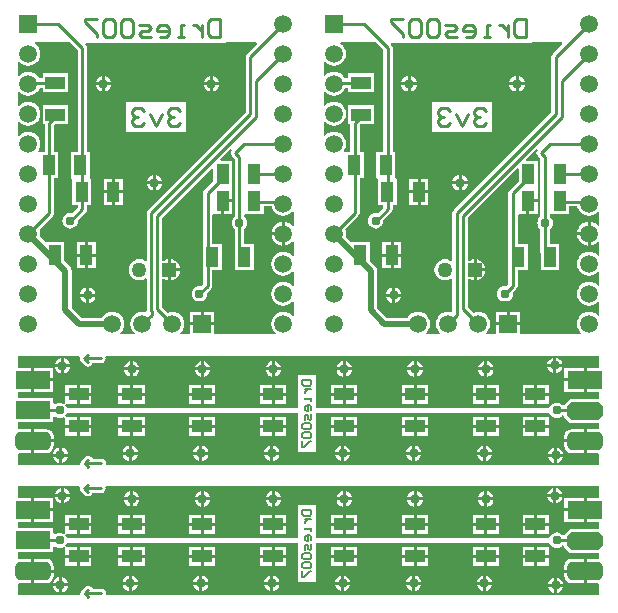
<source format=gbl>
G04 Layer_Physical_Order=2*
G04 Layer_Color=16711680*
%FSLAX23Y23*%
%MOIN*%
G70*
G01*
G75*
%ADD16C,0.010*%
%ADD17C,0.020*%
%ADD21C,0.050*%
%ADD22R,0.050X0.050*%
%ADD23C,0.059*%
%ADD24R,0.059X0.059*%
%ADD25R,0.059X0.059*%
%ADD26C,0.031*%
%ADD27R,0.043X0.067*%
%ADD28R,0.067X0.043*%
%ADD29R,0.118X0.060*%
G04:AMPARAMS|DCode=30|XSize=118mil|YSize=60mil|CornerRadius=0mil|HoleSize=0mil|Usage=FLASHONLY|Rotation=0.000|XOffset=0mil|YOffset=0mil|HoleType=Round|Shape=Octagon|*
%AMOCTAGOND30*
4,1,8,0.059,-0.015,0.059,0.015,0.044,0.030,-0.044,0.030,-0.059,0.015,-0.059,-0.015,-0.044,-0.030,0.044,-0.030,0.059,-0.015,0.0*
%
%ADD30OCTAGOND30*%

G04:AMPARAMS|DCode=31|XSize=118mil|YSize=60mil|CornerRadius=15mil|HoleSize=0mil|Usage=FLASHONLY|Rotation=0.000|XOffset=0mil|YOffset=0mil|HoleType=Round|Shape=RoundedRectangle|*
%AMROUNDEDRECTD31*
21,1,0.118,0.030,0,0,0.0*
21,1,0.088,0.060,0,0,0.0*
1,1,0.030,0.044,-0.015*
1,1,0.030,-0.044,-0.015*
1,1,0.030,-0.044,0.015*
1,1,0.030,0.044,0.015*
%
%ADD31ROUNDEDRECTD31*%
%ADD32C,0.005*%
G36*
X1747Y1498D02*
X1744Y1494D01*
X1743Y1489D01*
X1744Y1483D01*
X1748Y1478D01*
X1756Y1469D01*
Y1275D01*
X1753Y1273D01*
X1749Y1267D01*
X1747Y1261D01*
X1746Y1254D01*
X1747Y1248D01*
X1749Y1241D01*
X1753Y1236D01*
X1756Y1234D01*
Y1157D01*
X1757Y1156D01*
Y1097D01*
X1820D01*
Y1184D01*
X1787D01*
Y1234D01*
X1790Y1236D01*
X1794Y1241D01*
X1797Y1248D01*
X1798Y1254D01*
X1797Y1261D01*
X1794Y1267D01*
X1790Y1273D01*
X1787Y1275D01*
Y1281D01*
X1790Y1285D01*
X1853D01*
Y1310D01*
X1880D01*
X1880Y1308D01*
X1884Y1299D01*
X1890Y1290D01*
X1899Y1284D01*
X1908Y1280D01*
X1919Y1279D01*
X1929Y1280D01*
X1938Y1284D01*
X1947Y1290D01*
X1948Y1292D01*
X1953Y1291D01*
Y1246D01*
X1948Y1245D01*
X1947Y1247D01*
X1938Y1253D01*
X1929Y1257D01*
X1924Y1258D01*
Y1219D01*
Y1179D01*
X1929Y1180D01*
X1938Y1184D01*
X1947Y1190D01*
X1948Y1192D01*
X1953Y1191D01*
Y1146D01*
X1948Y1145D01*
X1947Y1147D01*
X1938Y1153D01*
X1929Y1157D01*
X1919Y1158D01*
X1908Y1157D01*
X1899Y1153D01*
X1890Y1147D01*
X1884Y1138D01*
X1880Y1129D01*
X1879Y1119D01*
X1880Y1108D01*
X1884Y1099D01*
X1890Y1090D01*
X1899Y1084D01*
X1908Y1080D01*
X1919Y1079D01*
X1929Y1080D01*
X1938Y1084D01*
X1947Y1090D01*
X1948Y1092D01*
X1953Y1091D01*
Y1046D01*
X1948Y1045D01*
X1947Y1047D01*
X1938Y1053D01*
X1929Y1057D01*
X1919Y1058D01*
X1908Y1057D01*
X1899Y1053D01*
X1890Y1047D01*
X1884Y1038D01*
X1880Y1029D01*
X1879Y1019D01*
X1880Y1008D01*
X1884Y999D01*
X1890Y990D01*
X1899Y984D01*
X1908Y980D01*
X1919Y979D01*
X1929Y980D01*
X1938Y984D01*
X1947Y990D01*
X1948Y992D01*
X1953Y991D01*
Y946D01*
X1948Y945D01*
X1947Y947D01*
X1938Y953D01*
X1929Y957D01*
X1919Y958D01*
X1908Y957D01*
X1899Y953D01*
X1890Y947D01*
X1884Y938D01*
X1880Y929D01*
X1879Y919D01*
X1880Y908D01*
X1884Y899D01*
X1890Y890D01*
X1892Y889D01*
X1891Y884D01*
X1688D01*
Y914D01*
X1649D01*
X1609D01*
Y884D01*
X1576D01*
X1575Y889D01*
X1577Y890D01*
X1583Y899D01*
X1587Y908D01*
X1588Y919D01*
X1587Y929D01*
X1583Y938D01*
X1577Y947D01*
X1568Y953D01*
X1559Y957D01*
X1549Y958D01*
X1538Y957D01*
X1534Y955D01*
X1514Y975D01*
Y1068D01*
X1518Y1070D01*
X1521Y1068D01*
X1529Y1064D01*
X1534Y1064D01*
Y1099D01*
Y1133D01*
X1529Y1133D01*
X1521Y1129D01*
X1518Y1127D01*
X1514Y1129D01*
Y1272D01*
X1679Y1437D01*
X1684Y1436D01*
Y1395D01*
X1655Y1366D01*
X1651Y1361D01*
X1650Y1355D01*
Y1139D01*
Y1052D01*
X1642Y1044D01*
X1639Y1044D01*
X1632Y1044D01*
X1626Y1041D01*
X1620Y1037D01*
X1616Y1031D01*
X1613Y1025D01*
X1613Y1019D01*
X1613Y1012D01*
X1616Y1006D01*
X1620Y1000D01*
X1626Y996D01*
X1632Y993D01*
X1639Y993D01*
X1645Y993D01*
X1651Y996D01*
X1657Y1000D01*
X1661Y1006D01*
X1664Y1012D01*
X1664Y1019D01*
X1664Y1022D01*
X1676Y1035D01*
X1679Y1040D01*
X1681Y1045D01*
Y1097D01*
X1714D01*
Y1184D01*
X1681D01*
Y1281D01*
X1684Y1285D01*
X1710D01*
Y1329D01*
X1715D01*
Y1334D01*
X1747D01*
Y1372D01*
X1747Y1372D01*
Y1375D01*
X1747D01*
X1747Y1377D01*
Y1462D01*
X1710D01*
X1708Y1467D01*
X1743Y1502D01*
X1747Y1498D01*
D02*
G37*
G36*
X1830Y1852D02*
X1798Y1819D01*
X1794Y1814D01*
X1793Y1809D01*
Y1625D01*
X1468Y1299D01*
X1464Y1294D01*
X1463Y1289D01*
Y1129D01*
X1459Y1127D01*
X1456Y1129D01*
X1448Y1133D01*
X1439Y1134D01*
X1429Y1133D01*
X1421Y1129D01*
X1414Y1123D01*
X1408Y1116D01*
X1404Y1108D01*
X1403Y1099D01*
X1404Y1089D01*
X1408Y1081D01*
X1414Y1074D01*
X1421Y1068D01*
X1429Y1064D01*
X1439Y1063D01*
X1448Y1064D01*
X1456Y1068D01*
X1459Y1070D01*
X1463Y1068D01*
Y960D01*
X1459Y957D01*
X1449Y958D01*
X1438Y957D01*
X1429Y953D01*
X1420Y947D01*
X1414Y938D01*
X1410Y929D01*
X1409Y919D01*
X1410Y908D01*
X1414Y899D01*
X1420Y890D01*
X1422Y889D01*
X1421Y884D01*
X1376D01*
X1375Y889D01*
X1377Y890D01*
X1383Y899D01*
X1387Y908D01*
X1388Y919D01*
X1387Y929D01*
X1383Y938D01*
X1377Y947D01*
X1368Y953D01*
X1359Y957D01*
X1349Y958D01*
X1338Y957D01*
X1329Y953D01*
X1320Y947D01*
X1314Y939D01*
X1245D01*
X1212Y971D01*
Y1095D01*
X1211Y1103D01*
X1206Y1110D01*
X1187Y1129D01*
Y1190D01*
X1126D01*
X1107Y1209D01*
X1108Y1219D01*
X1107Y1229D01*
X1105Y1233D01*
X1149Y1278D01*
X1153Y1283D01*
X1154Y1289D01*
Y1405D01*
X1167D01*
Y1492D01*
X1154D01*
Y1582D01*
X1155Y1584D01*
X1202D01*
Y1647D01*
X1115D01*
Y1584D01*
X1123D01*
Y1492D01*
X1104D01*
X1101Y1496D01*
X1103Y1499D01*
X1107Y1508D01*
X1108Y1519D01*
X1107Y1529D01*
X1103Y1538D01*
X1097Y1547D01*
X1088Y1553D01*
X1079Y1557D01*
X1069Y1558D01*
X1058Y1557D01*
X1049Y1553D01*
X1040Y1547D01*
X1039Y1545D01*
X1034Y1546D01*
Y1591D01*
X1039Y1592D01*
X1040Y1590D01*
X1049Y1584D01*
X1058Y1580D01*
X1069Y1579D01*
X1079Y1580D01*
X1088Y1584D01*
X1097Y1590D01*
X1103Y1599D01*
X1107Y1608D01*
X1108Y1619D01*
X1107Y1629D01*
X1103Y1638D01*
X1097Y1647D01*
X1088Y1653D01*
X1079Y1657D01*
X1069Y1658D01*
X1058Y1657D01*
X1049Y1653D01*
X1040Y1647D01*
X1039Y1645D01*
X1034Y1646D01*
Y1691D01*
X1039Y1692D01*
X1040Y1690D01*
X1049Y1684D01*
X1058Y1680D01*
X1069Y1679D01*
X1079Y1680D01*
X1088Y1684D01*
X1097Y1690D01*
X1103Y1699D01*
X1106Y1706D01*
X1115D01*
Y1690D01*
X1202D01*
Y1753D01*
X1115D01*
Y1737D01*
X1104D01*
X1103Y1738D01*
X1097Y1747D01*
X1088Y1753D01*
X1079Y1757D01*
X1069Y1758D01*
X1058Y1757D01*
X1049Y1753D01*
X1040Y1747D01*
X1039Y1745D01*
X1034Y1746D01*
Y1791D01*
X1039Y1792D01*
X1040Y1790D01*
X1049Y1784D01*
X1058Y1780D01*
X1069Y1779D01*
X1079Y1780D01*
X1088Y1784D01*
X1097Y1790D01*
X1103Y1799D01*
X1107Y1808D01*
X1108Y1819D01*
X1107Y1829D01*
X1103Y1838D01*
X1097Y1847D01*
X1090Y1852D01*
X1092Y1857D01*
X1209D01*
X1233Y1832D01*
Y1492D01*
X1210D01*
Y1405D01*
X1210D01*
X1214Y1402D01*
Y1315D01*
X1233D01*
Y1306D01*
X1214Y1287D01*
X1214Y1287D01*
X1207Y1288D01*
X1201Y1287D01*
X1194Y1285D01*
X1189Y1281D01*
X1185Y1275D01*
X1182Y1269D01*
X1182Y1262D01*
X1182Y1255D01*
X1185Y1249D01*
X1189Y1244D01*
X1194Y1240D01*
X1201Y1237D01*
X1207Y1236D01*
X1214Y1237D01*
X1220Y1240D01*
X1226Y1244D01*
X1230Y1249D01*
X1233Y1255D01*
X1233Y1262D01*
X1233Y1263D01*
X1259Y1289D01*
X1263Y1294D01*
X1264Y1300D01*
Y1315D01*
X1277D01*
Y1402D01*
X1277D01*
X1273Y1405D01*
Y1492D01*
X1264D01*
Y1839D01*
X1263Y1844D01*
X1259Y1849D01*
X1257Y1851D01*
X1259Y1856D01*
X1728D01*
Y1857D01*
X1829D01*
X1830Y1852D01*
D02*
G37*
%LPC*%
G36*
X1544Y1133D02*
Y1104D01*
X1573D01*
X1573Y1108D01*
X1569Y1116D01*
X1563Y1123D01*
X1556Y1129D01*
X1548Y1133D01*
X1544Y1133D01*
D02*
G37*
G36*
X1914Y1258D02*
X1908Y1257D01*
X1899Y1253D01*
X1890Y1247D01*
X1884Y1238D01*
X1880Y1229D01*
X1879Y1224D01*
X1914D01*
Y1258D01*
D02*
G37*
G36*
X1747Y1324D02*
X1720D01*
Y1285D01*
X1747D01*
Y1324D01*
D02*
G37*
G36*
X1914Y1214D02*
X1879D01*
X1880Y1208D01*
X1884Y1199D01*
X1890Y1190D01*
X1899Y1184D01*
X1908Y1180D01*
X1914Y1179D01*
Y1214D01*
D02*
G37*
G36*
X1644Y958D02*
X1609D01*
Y924D01*
X1644D01*
Y958D01*
D02*
G37*
G36*
X1688D02*
X1654D01*
Y924D01*
X1688D01*
Y958D01*
D02*
G37*
G36*
X1573Y1094D02*
X1544D01*
Y1064D01*
X1548Y1064D01*
X1556Y1068D01*
X1563Y1074D01*
X1569Y1081D01*
X1573Y1089D01*
X1573Y1094D01*
D02*
G37*
G36*
X1257Y1190D02*
X1230D01*
Y1152D01*
X1257D01*
Y1190D01*
D02*
G37*
G36*
X1293Y1142D02*
X1267D01*
Y1103D01*
X1293D01*
Y1142D01*
D02*
G37*
G36*
Y1190D02*
X1267D01*
Y1152D01*
X1293D01*
Y1190D01*
D02*
G37*
G36*
X1262Y1009D02*
X1241D01*
X1241Y1007D01*
X1244Y1001D01*
X1248Y996D01*
X1254Y992D01*
X1260Y989D01*
X1262Y989D01*
Y1009D01*
D02*
G37*
G36*
X1292D02*
X1272D01*
Y989D01*
X1273Y989D01*
X1280Y992D01*
X1285Y996D01*
X1289Y1001D01*
X1292Y1007D01*
X1292Y1009D01*
D02*
G37*
G36*
X1257Y1142D02*
X1230D01*
Y1103D01*
X1257D01*
Y1142D01*
D02*
G37*
G36*
X1262Y1039D02*
X1260Y1039D01*
X1254Y1037D01*
X1248Y1033D01*
X1244Y1027D01*
X1241Y1021D01*
X1241Y1019D01*
X1262D01*
Y1039D01*
D02*
G37*
G36*
X1272D02*
Y1019D01*
X1292D01*
X1292Y1021D01*
X1289Y1027D01*
X1285Y1033D01*
X1280Y1037D01*
X1273Y1039D01*
X1272Y1039D01*
D02*
G37*
G36*
X1674Y1714D02*
X1653D01*
X1653Y1712D01*
X1656Y1706D01*
X1660Y1700D01*
X1666Y1696D01*
X1672Y1693D01*
X1674Y1693D01*
Y1714D01*
D02*
G37*
G36*
X1704D02*
X1684D01*
Y1693D01*
X1685Y1693D01*
X1691Y1696D01*
X1697Y1700D01*
X1701Y1706D01*
X1704Y1712D01*
X1704Y1714D01*
D02*
G37*
G36*
X1314D02*
X1293D01*
X1293Y1712D01*
X1296Y1706D01*
X1300Y1700D01*
X1306Y1696D01*
X1312Y1693D01*
X1314Y1693D01*
Y1714D01*
D02*
G37*
G36*
X1344D02*
X1324D01*
Y1693D01*
X1325Y1693D01*
X1331Y1696D01*
X1337Y1700D01*
X1341Y1706D01*
X1344Y1712D01*
X1344Y1714D01*
D02*
G37*
G36*
X1674Y1744D02*
X1672Y1744D01*
X1666Y1741D01*
X1660Y1737D01*
X1656Y1731D01*
X1653Y1725D01*
X1653Y1724D01*
X1674D01*
Y1744D01*
D02*
G37*
G36*
X1684D02*
Y1724D01*
X1704D01*
X1704Y1725D01*
X1701Y1731D01*
X1697Y1737D01*
X1691Y1741D01*
X1685Y1744D01*
X1684Y1744D01*
D02*
G37*
G36*
X1314D02*
X1312Y1744D01*
X1306Y1741D01*
X1300Y1737D01*
X1296Y1731D01*
X1293Y1725D01*
X1293Y1724D01*
X1314D01*
Y1744D01*
D02*
G37*
G36*
X1324D02*
Y1724D01*
X1344D01*
X1344Y1725D01*
X1341Y1731D01*
X1337Y1737D01*
X1331Y1741D01*
X1325Y1744D01*
X1324Y1744D01*
D02*
G37*
G36*
X1594Y1659D02*
X1394D01*
Y1559D01*
X1594D01*
Y1659D01*
D02*
G37*
G36*
X1484Y1384D02*
X1463D01*
X1463Y1382D01*
X1466Y1376D01*
X1470Y1370D01*
X1476Y1366D01*
X1482Y1363D01*
X1484Y1363D01*
Y1384D01*
D02*
G37*
G36*
X1514D02*
X1494D01*
Y1363D01*
X1495Y1363D01*
X1501Y1366D01*
X1507Y1370D01*
X1511Y1376D01*
X1514Y1382D01*
X1514Y1384D01*
D02*
G37*
G36*
X1347Y1354D02*
X1320D01*
Y1315D01*
X1347D01*
Y1354D01*
D02*
G37*
G36*
X1383D02*
X1357D01*
Y1315D01*
X1383D01*
Y1354D01*
D02*
G37*
G36*
X1484Y1414D02*
X1482Y1414D01*
X1476Y1411D01*
X1470Y1407D01*
X1466Y1401D01*
X1463Y1395D01*
X1463Y1394D01*
X1484D01*
Y1414D01*
D02*
G37*
G36*
X1494D02*
Y1394D01*
X1514D01*
X1514Y1395D01*
X1511Y1401D01*
X1507Y1407D01*
X1501Y1411D01*
X1495Y1414D01*
X1494Y1414D01*
D02*
G37*
G36*
X1347Y1402D02*
X1320D01*
Y1364D01*
X1347D01*
Y1402D01*
D02*
G37*
G36*
X1383D02*
X1357D01*
Y1364D01*
X1383D01*
Y1402D01*
D02*
G37*
%LPD*%
G36*
X729Y1498D02*
X726Y1494D01*
X725Y1489D01*
X726Y1483D01*
X729Y1478D01*
X738Y1469D01*
Y1275D01*
X735Y1273D01*
X731Y1267D01*
X728Y1261D01*
X727Y1254D01*
X728Y1248D01*
X731Y1241D01*
X735Y1236D01*
X738Y1234D01*
Y1157D01*
X738Y1156D01*
Y1097D01*
X801D01*
Y1184D01*
X768D01*
Y1234D01*
X772Y1236D01*
X776Y1241D01*
X778Y1248D01*
X779Y1254D01*
X778Y1261D01*
X776Y1267D01*
X772Y1273D01*
X768Y1275D01*
Y1281D01*
X771Y1285D01*
X835D01*
Y1310D01*
X861D01*
X861Y1308D01*
X865Y1299D01*
X872Y1290D01*
X880Y1284D01*
X890Y1280D01*
X900Y1279D01*
X910Y1280D01*
X920Y1284D01*
X928Y1290D01*
X930Y1292D01*
X935Y1291D01*
Y1246D01*
X930Y1245D01*
X928Y1247D01*
X920Y1253D01*
X910Y1257D01*
X905Y1258D01*
Y1219D01*
Y1179D01*
X910Y1180D01*
X920Y1184D01*
X928Y1190D01*
X930Y1192D01*
X935Y1191D01*
Y1146D01*
X930Y1145D01*
X928Y1147D01*
X920Y1153D01*
X910Y1157D01*
X900Y1158D01*
X890Y1157D01*
X880Y1153D01*
X872Y1147D01*
X865Y1138D01*
X861Y1129D01*
X860Y1119D01*
X861Y1108D01*
X865Y1099D01*
X872Y1090D01*
X880Y1084D01*
X890Y1080D01*
X900Y1079D01*
X910Y1080D01*
X920Y1084D01*
X928Y1090D01*
X930Y1092D01*
X935Y1091D01*
Y1046D01*
X930Y1045D01*
X928Y1047D01*
X920Y1053D01*
X910Y1057D01*
X900Y1058D01*
X890Y1057D01*
X880Y1053D01*
X872Y1047D01*
X865Y1038D01*
X861Y1029D01*
X860Y1019D01*
X861Y1008D01*
X865Y999D01*
X872Y990D01*
X880Y984D01*
X890Y980D01*
X900Y979D01*
X910Y980D01*
X920Y984D01*
X928Y990D01*
X930Y992D01*
X935Y991D01*
Y946D01*
X930Y945D01*
X928Y947D01*
X920Y953D01*
X910Y957D01*
X900Y958D01*
X890Y957D01*
X880Y953D01*
X872Y947D01*
X865Y938D01*
X861Y929D01*
X860Y919D01*
X861Y908D01*
X865Y899D01*
X872Y890D01*
X874Y889D01*
X872Y884D01*
X670D01*
Y914D01*
X630D01*
X590D01*
Y884D01*
X558D01*
X556Y889D01*
X558Y890D01*
X565Y899D01*
X569Y908D01*
X570Y919D01*
X569Y929D01*
X565Y938D01*
X558Y947D01*
X550Y953D01*
X540Y957D01*
X530Y958D01*
X520Y957D01*
X515Y955D01*
X495Y975D01*
Y1068D01*
X500Y1070D01*
X502Y1068D01*
X511Y1064D01*
X515Y1064D01*
Y1099D01*
Y1133D01*
X511Y1133D01*
X502Y1129D01*
X500Y1127D01*
X495Y1129D01*
Y1272D01*
X661Y1437D01*
X665Y1436D01*
Y1395D01*
X636Y1366D01*
X633Y1361D01*
X632Y1355D01*
Y1139D01*
Y1052D01*
X624Y1044D01*
X620Y1044D01*
X613Y1044D01*
X607Y1041D01*
X602Y1037D01*
X598Y1031D01*
X595Y1025D01*
X594Y1019D01*
X595Y1012D01*
X598Y1006D01*
X602Y1000D01*
X607Y996D01*
X613Y993D01*
X620Y993D01*
X627Y993D01*
X633Y996D01*
X638Y1000D01*
X642Y1006D01*
X645Y1012D01*
X646Y1019D01*
X645Y1022D01*
X658Y1035D01*
X661Y1040D01*
X662Y1045D01*
Y1097D01*
X695D01*
Y1184D01*
X662D01*
Y1281D01*
X665Y1285D01*
X692D01*
Y1329D01*
X697D01*
Y1334D01*
X729D01*
Y1372D01*
X729Y1372D01*
Y1375D01*
X729D01*
X729Y1377D01*
Y1462D01*
X692D01*
X690Y1467D01*
X725Y1502D01*
X729Y1498D01*
D02*
G37*
G36*
X812Y1852D02*
X779Y1819D01*
X776Y1814D01*
X775Y1809D01*
Y1625D01*
X449Y1299D01*
X446Y1294D01*
X445Y1289D01*
Y1129D01*
X440Y1127D01*
X438Y1129D01*
X429Y1133D01*
X420Y1134D01*
X411Y1133D01*
X402Y1129D01*
X395Y1123D01*
X389Y1116D01*
X386Y1108D01*
X385Y1099D01*
X386Y1089D01*
X389Y1081D01*
X395Y1074D01*
X402Y1068D01*
X411Y1064D01*
X420Y1063D01*
X429Y1064D01*
X438Y1068D01*
X440Y1070D01*
X445Y1068D01*
Y960D01*
X440Y957D01*
X430Y958D01*
X420Y957D01*
X410Y953D01*
X402Y947D01*
X395Y938D01*
X391Y929D01*
X390Y919D01*
X391Y908D01*
X395Y899D01*
X402Y890D01*
X404Y889D01*
X402Y884D01*
X358D01*
X356Y889D01*
X358Y890D01*
X365Y899D01*
X369Y908D01*
X370Y919D01*
X369Y929D01*
X365Y938D01*
X358Y947D01*
X350Y953D01*
X340Y957D01*
X330Y958D01*
X320Y957D01*
X310Y953D01*
X302Y947D01*
X296Y939D01*
X226D01*
X194Y971D01*
Y1095D01*
X192Y1103D01*
X188Y1110D01*
X169Y1129D01*
Y1190D01*
X107D01*
X89Y1209D01*
X90Y1219D01*
X89Y1229D01*
X87Y1233D01*
X131Y1278D01*
X134Y1283D01*
X135Y1289D01*
Y1405D01*
X149D01*
Y1492D01*
X135D01*
Y1582D01*
X137Y1584D01*
X183D01*
Y1647D01*
X97D01*
Y1584D01*
X105D01*
Y1492D01*
X86D01*
X82Y1496D01*
X85Y1499D01*
X89Y1508D01*
X90Y1519D01*
X89Y1529D01*
X85Y1538D01*
X78Y1547D01*
X70Y1553D01*
X60Y1557D01*
X50Y1558D01*
X40Y1557D01*
X30Y1553D01*
X22Y1547D01*
X20Y1545D01*
X15Y1546D01*
Y1591D01*
X20Y1592D01*
X22Y1590D01*
X30Y1584D01*
X40Y1580D01*
X50Y1579D01*
X60Y1580D01*
X70Y1584D01*
X78Y1590D01*
X85Y1599D01*
X89Y1608D01*
X90Y1619D01*
X89Y1629D01*
X85Y1638D01*
X78Y1647D01*
X70Y1653D01*
X60Y1657D01*
X50Y1658D01*
X40Y1657D01*
X30Y1653D01*
X22Y1647D01*
X20Y1645D01*
X15Y1646D01*
Y1691D01*
X20Y1692D01*
X22Y1690D01*
X30Y1684D01*
X40Y1680D01*
X50Y1679D01*
X60Y1680D01*
X70Y1684D01*
X78Y1690D01*
X85Y1699D01*
X88Y1706D01*
X97D01*
Y1690D01*
X183D01*
Y1753D01*
X97D01*
Y1737D01*
X85D01*
X85Y1738D01*
X78Y1747D01*
X70Y1753D01*
X60Y1757D01*
X50Y1758D01*
X40Y1757D01*
X30Y1753D01*
X22Y1747D01*
X20Y1745D01*
X15Y1746D01*
Y1791D01*
X20Y1792D01*
X22Y1790D01*
X30Y1784D01*
X40Y1780D01*
X50Y1779D01*
X60Y1780D01*
X70Y1784D01*
X78Y1790D01*
X85Y1799D01*
X89Y1808D01*
X90Y1819D01*
X89Y1829D01*
X85Y1838D01*
X78Y1847D01*
X72Y1852D01*
X73Y1857D01*
X190D01*
X215Y1832D01*
Y1492D01*
X191D01*
Y1405D01*
X191D01*
X195Y1402D01*
Y1315D01*
X215D01*
Y1306D01*
X196Y1287D01*
X196Y1287D01*
X189Y1288D01*
X182Y1287D01*
X176Y1285D01*
X171Y1281D01*
X166Y1275D01*
X164Y1269D01*
X163Y1262D01*
X164Y1255D01*
X166Y1249D01*
X171Y1244D01*
X176Y1240D01*
X182Y1237D01*
X189Y1236D01*
X196Y1237D01*
X202Y1240D01*
X207Y1244D01*
X211Y1249D01*
X214Y1255D01*
X215Y1262D01*
X215Y1263D01*
X241Y1289D01*
X244Y1294D01*
X245Y1300D01*
Y1315D01*
X259D01*
Y1402D01*
X259D01*
X255Y1405D01*
Y1492D01*
X245D01*
Y1839D01*
X244Y1844D01*
X241Y1849D01*
X239Y1851D01*
X241Y1856D01*
X710D01*
Y1857D01*
X810D01*
X812Y1852D01*
D02*
G37*
%LPC*%
G36*
X525Y1133D02*
Y1104D01*
X555D01*
X554Y1108D01*
X551Y1116D01*
X545Y1123D01*
X538Y1129D01*
X529Y1133D01*
X525Y1133D01*
D02*
G37*
G36*
X895Y1258D02*
X890Y1257D01*
X880Y1253D01*
X872Y1247D01*
X865Y1238D01*
X861Y1229D01*
X861Y1224D01*
X895D01*
Y1258D01*
D02*
G37*
G36*
X729Y1324D02*
X702D01*
Y1285D01*
X729D01*
Y1324D01*
D02*
G37*
G36*
X895Y1214D02*
X861D01*
X861Y1208D01*
X865Y1199D01*
X872Y1190D01*
X880Y1184D01*
X890Y1180D01*
X895Y1179D01*
Y1214D01*
D02*
G37*
G36*
X625Y958D02*
X590D01*
Y924D01*
X625D01*
Y958D01*
D02*
G37*
G36*
X670D02*
X635D01*
Y924D01*
X670D01*
Y958D01*
D02*
G37*
G36*
X555Y1094D02*
X525D01*
Y1064D01*
X529Y1064D01*
X538Y1068D01*
X545Y1074D01*
X551Y1081D01*
X554Y1089D01*
X555Y1094D01*
D02*
G37*
G36*
X238Y1190D02*
X211D01*
Y1152D01*
X238D01*
Y1190D01*
D02*
G37*
G36*
X275Y1142D02*
X248D01*
Y1103D01*
X275D01*
Y1142D01*
D02*
G37*
G36*
Y1190D02*
X248D01*
Y1152D01*
X275D01*
Y1190D01*
D02*
G37*
G36*
X243Y1009D02*
X223D01*
X223Y1007D01*
X226Y1001D01*
X230Y996D01*
X235Y992D01*
X241Y989D01*
X243Y989D01*
Y1009D01*
D02*
G37*
G36*
X273D02*
X253D01*
Y989D01*
X255Y989D01*
X261Y992D01*
X266Y996D01*
X271Y1001D01*
X273Y1007D01*
X273Y1009D01*
D02*
G37*
G36*
X238Y1142D02*
X211D01*
Y1103D01*
X238D01*
Y1142D01*
D02*
G37*
G36*
X243Y1039D02*
X241Y1039D01*
X235Y1037D01*
X230Y1033D01*
X226Y1027D01*
X223Y1021D01*
X223Y1019D01*
X243D01*
Y1039D01*
D02*
G37*
G36*
X253D02*
Y1019D01*
X273D01*
X273Y1021D01*
X271Y1027D01*
X266Y1033D01*
X261Y1037D01*
X255Y1039D01*
X253Y1039D01*
D02*
G37*
G36*
X655Y1714D02*
X635D01*
X635Y1712D01*
X638Y1706D01*
X642Y1700D01*
X647Y1696D01*
X653Y1693D01*
X655Y1693D01*
Y1714D01*
D02*
G37*
G36*
X685D02*
X665D01*
Y1693D01*
X667Y1693D01*
X673Y1696D01*
X678Y1700D01*
X682Y1706D01*
X685Y1712D01*
X685Y1714D01*
D02*
G37*
G36*
X295D02*
X275D01*
X275Y1712D01*
X278Y1706D01*
X282Y1700D01*
X287Y1696D01*
X293Y1693D01*
X295Y1693D01*
Y1714D01*
D02*
G37*
G36*
X325D02*
X305D01*
Y1693D01*
X307Y1693D01*
X313Y1696D01*
X318Y1700D01*
X322Y1706D01*
X325Y1712D01*
X325Y1714D01*
D02*
G37*
G36*
X655Y1744D02*
X653Y1744D01*
X647Y1741D01*
X642Y1737D01*
X638Y1731D01*
X635Y1725D01*
X635Y1724D01*
X655D01*
Y1744D01*
D02*
G37*
G36*
X665D02*
Y1724D01*
X685D01*
X685Y1725D01*
X682Y1731D01*
X678Y1737D01*
X673Y1741D01*
X667Y1744D01*
X665Y1744D01*
D02*
G37*
G36*
X295D02*
X293Y1744D01*
X287Y1741D01*
X282Y1737D01*
X278Y1731D01*
X275Y1725D01*
X275Y1724D01*
X295D01*
Y1744D01*
D02*
G37*
G36*
X305D02*
Y1724D01*
X325D01*
X325Y1725D01*
X322Y1731D01*
X318Y1737D01*
X313Y1741D01*
X307Y1744D01*
X305Y1744D01*
D02*
G37*
G36*
X575Y1659D02*
X375D01*
Y1559D01*
X575D01*
Y1659D01*
D02*
G37*
G36*
X465Y1384D02*
X445D01*
X445Y1382D01*
X448Y1376D01*
X452Y1370D01*
X457Y1366D01*
X463Y1363D01*
X465Y1363D01*
Y1384D01*
D02*
G37*
G36*
X495D02*
X475D01*
Y1363D01*
X477Y1363D01*
X483Y1366D01*
X488Y1370D01*
X492Y1376D01*
X495Y1382D01*
X495Y1384D01*
D02*
G37*
G36*
X328Y1354D02*
X301D01*
Y1315D01*
X328D01*
Y1354D01*
D02*
G37*
G36*
X365D02*
X338D01*
Y1315D01*
X365D01*
Y1354D01*
D02*
G37*
G36*
X465Y1414D02*
X463Y1414D01*
X457Y1411D01*
X452Y1407D01*
X448Y1401D01*
X445Y1395D01*
X445Y1394D01*
X465D01*
Y1414D01*
D02*
G37*
G36*
X475D02*
Y1394D01*
X495D01*
X495Y1395D01*
X492Y1401D01*
X488Y1407D01*
X483Y1411D01*
X477Y1414D01*
X475Y1414D01*
D02*
G37*
G36*
X328Y1402D02*
X301D01*
Y1364D01*
X328D01*
Y1402D01*
D02*
G37*
G36*
X365D02*
X338D01*
Y1364D01*
X365D01*
Y1402D01*
D02*
G37*
%LPD*%
G36*
X1953Y339D02*
X1911D01*
Y299D01*
Y259D01*
X1953D01*
Y236D01*
X1855D01*
X1835Y216D01*
Y215D01*
X1830Y214D01*
X1829Y215D01*
X1824Y219D01*
X1818Y222D01*
X1811Y223D01*
X1804Y222D01*
X1798Y219D01*
X1793Y215D01*
X1789Y210D01*
X1786Y205D01*
X1007D01*
Y314D01*
X947D01*
Y205D01*
X178D01*
X176Y210D01*
X173Y213D01*
X176Y218D01*
X177Y218D01*
X212D01*
Y245D01*
X173D01*
X173Y222D01*
Y222D01*
Y222D01*
X173Y221D01*
X168Y218D01*
X167Y219D01*
X160Y222D01*
X154Y223D01*
X147Y222D01*
X141Y219D01*
X138Y217D01*
X133Y220D01*
Y237D01*
X15D01*
Y259D01*
X59D01*
Y299D01*
Y339D01*
X15D01*
Y378D01*
X218D01*
X222Y373D01*
X221Y370D01*
X222Y364D01*
X225Y359D01*
X237Y347D01*
X242Y344D01*
X248Y343D01*
X254Y344D01*
X259Y347D01*
X262Y352D01*
X263Y355D01*
X291D01*
X297Y356D01*
X302Y359D01*
X305Y364D01*
X307Y370D01*
X306Y373D01*
X309Y378D01*
X1953D01*
Y339D01*
D02*
G37*
G36*
X1789Y184D02*
X1793Y178D01*
X1798Y174D01*
X1804Y172D01*
X1811Y171D01*
X1818Y172D01*
X1824Y174D01*
X1829Y178D01*
X1830Y180D01*
X1835Y178D01*
Y176D01*
X1855Y156D01*
X1953D01*
Y138D01*
X1950Y135D01*
X1911D01*
Y94D01*
Y54D01*
X1950D01*
X1953Y51D01*
Y15D01*
X311D01*
X308Y19D01*
X308Y20D01*
X307Y26D01*
X304Y30D01*
X299Y34D01*
X293Y35D01*
X264D01*
X264Y37D01*
X260Y42D01*
X256Y46D01*
X250Y47D01*
X244Y46D01*
X239Y42D01*
X227Y30D01*
X224Y26D01*
X223Y20D01*
X223Y19D01*
X219Y15D01*
X15D01*
Y51D01*
X19Y54D01*
X21Y54D01*
X60D01*
Y94D01*
Y135D01*
X21D01*
X19Y135D01*
X15Y138D01*
Y157D01*
X133D01*
Y174D01*
X138Y176D01*
X141Y174D01*
X147Y172D01*
X154Y171D01*
X160Y172D01*
X167Y174D01*
X168Y176D01*
X173Y173D01*
X173Y172D01*
X173Y172D01*
X173Y171D01*
Y149D01*
X212D01*
Y175D01*
X177D01*
X176Y175D01*
X173Y180D01*
X176Y184D01*
X178Y189D01*
X947D01*
Y59D01*
X1007D01*
Y189D01*
X1786D01*
X1789Y184D01*
D02*
G37*
%LPC*%
G36*
X1364Y330D02*
X1344D01*
Y309D01*
X1345Y310D01*
X1352Y312D01*
X1357Y316D01*
X1361Y322D01*
X1364Y328D01*
X1364Y330D01*
D02*
G37*
G36*
X1570D02*
X1549D01*
X1550Y328D01*
X1552Y322D01*
X1556Y316D01*
X1562Y312D01*
X1568Y310D01*
X1570Y309D01*
Y330D01*
D02*
G37*
G36*
X1128D02*
X1107D01*
Y309D01*
X1109Y310D01*
X1115Y312D01*
X1121Y316D01*
X1125Y322D01*
X1127Y328D01*
X1128Y330D01*
D02*
G37*
G36*
X1334D02*
X1313D01*
X1313Y328D01*
X1316Y322D01*
X1320Y316D01*
X1326Y312D01*
X1332Y310D01*
X1334Y309D01*
Y330D01*
D02*
G37*
G36*
X189Y340D02*
X168D01*
Y320D01*
X170Y320D01*
X176Y323D01*
X182Y327D01*
X186Y332D01*
X188Y339D01*
X189Y340D01*
D02*
G37*
G36*
X1800Y341D02*
X1780D01*
X1780Y340D01*
X1783Y333D01*
X1787Y328D01*
X1792Y324D01*
X1798Y321D01*
X1800Y321D01*
Y341D01*
D02*
G37*
G36*
X1600Y330D02*
X1580D01*
Y309D01*
X1582Y310D01*
X1588Y312D01*
X1593Y316D01*
X1597Y322D01*
X1600Y328D01*
X1600Y330D01*
D02*
G37*
G36*
X158Y340D02*
X138D01*
X138Y339D01*
X141Y332D01*
X145Y327D01*
X150Y323D01*
X157Y320D01*
X158Y320D01*
Y340D01*
D02*
G37*
G36*
X419Y330D02*
X399D01*
Y309D01*
X400Y310D01*
X407Y312D01*
X412Y316D01*
X416Y322D01*
X419Y328D01*
X419Y330D01*
D02*
G37*
G36*
X625D02*
X605D01*
X605Y328D01*
X607Y322D01*
X612Y316D01*
X617Y312D01*
X623Y310D01*
X625Y309D01*
Y330D01*
D02*
G37*
G36*
X1901Y339D02*
X1836D01*
Y304D01*
X1901D01*
Y339D01*
D02*
G37*
G36*
X389Y330D02*
X368D01*
X369Y328D01*
X371Y322D01*
X375Y316D01*
X381Y312D01*
X387Y310D01*
X389Y309D01*
Y330D01*
D02*
G37*
G36*
X891D02*
X871D01*
Y309D01*
X873Y310D01*
X879Y312D01*
X885Y316D01*
X889Y322D01*
X891Y328D01*
X891Y330D01*
D02*
G37*
G36*
X1097D02*
X1077D01*
X1077Y328D01*
X1080Y322D01*
X1084Y316D01*
X1089Y312D01*
X1096Y310D01*
X1097Y309D01*
Y330D01*
D02*
G37*
G36*
X655D02*
X635D01*
Y309D01*
X637Y310D01*
X643Y312D01*
X648Y316D01*
X652Y322D01*
X655Y328D01*
X655Y330D01*
D02*
G37*
G36*
X861D02*
X841D01*
X841Y328D01*
X844Y322D01*
X848Y316D01*
X853Y312D01*
X859Y310D01*
X861Y309D01*
Y330D01*
D02*
G37*
G36*
X1830Y341D02*
X1810D01*
Y321D01*
X1812Y321D01*
X1818Y324D01*
X1823Y328D01*
X1828Y333D01*
X1830Y340D01*
X1830Y341D01*
D02*
G37*
G36*
X1570Y360D02*
X1568Y360D01*
X1562Y357D01*
X1556Y353D01*
X1552Y348D01*
X1550Y341D01*
X1549Y340D01*
X1570D01*
Y360D01*
D02*
G37*
G36*
X1580D02*
Y340D01*
X1600D01*
X1600Y341D01*
X1597Y348D01*
X1593Y353D01*
X1588Y357D01*
X1582Y360D01*
X1580Y360D01*
D02*
G37*
G36*
X1334D02*
X1332Y360D01*
X1326Y357D01*
X1320Y353D01*
X1316Y348D01*
X1313Y341D01*
X1313Y340D01*
X1334D01*
Y360D01*
D02*
G37*
G36*
X1344D02*
Y340D01*
X1364D01*
X1364Y341D01*
X1361Y348D01*
X1357Y353D01*
X1352Y357D01*
X1345Y360D01*
X1344Y360D01*
D02*
G37*
G36*
X1800Y372D02*
X1798Y372D01*
X1792Y369D01*
X1787Y365D01*
X1783Y359D01*
X1780Y353D01*
X1780Y351D01*
X1800D01*
Y372D01*
D02*
G37*
G36*
X1810D02*
Y351D01*
X1830D01*
X1830Y353D01*
X1828Y359D01*
X1823Y365D01*
X1818Y369D01*
X1812Y372D01*
X1810Y372D01*
D02*
G37*
G36*
X158Y371D02*
X157Y371D01*
X150Y368D01*
X145Y364D01*
X141Y358D01*
X138Y352D01*
X138Y350D01*
X158D01*
Y371D01*
D02*
G37*
G36*
X168D02*
Y350D01*
X189D01*
X188Y352D01*
X186Y358D01*
X182Y364D01*
X176Y368D01*
X170Y371D01*
X168Y371D01*
D02*
G37*
G36*
X625Y360D02*
X623Y360D01*
X617Y357D01*
X612Y353D01*
X607Y348D01*
X605Y341D01*
X605Y340D01*
X625D01*
Y360D01*
D02*
G37*
G36*
X635D02*
Y340D01*
X655D01*
X655Y341D01*
X652Y348D01*
X648Y353D01*
X643Y357D01*
X637Y360D01*
X635Y360D01*
D02*
G37*
G36*
X389D02*
X387Y360D01*
X381Y357D01*
X375Y353D01*
X371Y348D01*
X369Y341D01*
X368Y340D01*
X389D01*
Y360D01*
D02*
G37*
G36*
X399D02*
Y340D01*
X419D01*
X419Y341D01*
X416Y348D01*
X412Y353D01*
X407Y357D01*
X400Y360D01*
X399Y360D01*
D02*
G37*
G36*
X1097D02*
X1096Y360D01*
X1089Y357D01*
X1084Y353D01*
X1080Y348D01*
X1077Y341D01*
X1077Y340D01*
X1097D01*
Y360D01*
D02*
G37*
G36*
X1107D02*
Y340D01*
X1128D01*
X1127Y341D01*
X1125Y348D01*
X1121Y353D01*
X1115Y357D01*
X1109Y360D01*
X1107Y360D01*
D02*
G37*
G36*
X861D02*
X859Y360D01*
X853Y357D01*
X848Y353D01*
X844Y348D01*
X841Y341D01*
X841Y340D01*
X861D01*
Y360D01*
D02*
G37*
G36*
X871D02*
Y340D01*
X891D01*
X891Y341D01*
X889Y348D01*
X885Y353D01*
X879Y357D01*
X873Y360D01*
X871Y360D01*
D02*
G37*
G36*
X133Y339D02*
X69D01*
Y304D01*
X133D01*
Y339D01*
D02*
G37*
G36*
X437Y245D02*
X399D01*
Y218D01*
X437D01*
Y245D01*
D02*
G37*
G36*
X625D02*
X586D01*
Y218D01*
X625D01*
Y245D01*
D02*
G37*
G36*
X260D02*
X222D01*
Y218D01*
X260D01*
Y245D01*
D02*
G37*
G36*
X389D02*
X350D01*
Y218D01*
X389D01*
Y245D01*
D02*
G37*
G36*
X1784D02*
X1745D01*
Y218D01*
X1784D01*
Y245D01*
D02*
G37*
G36*
X1570Y282D02*
X1531D01*
Y255D01*
X1570D01*
Y282D01*
D02*
G37*
G36*
X673Y245D02*
X635D01*
Y218D01*
X673D01*
Y245D01*
D02*
G37*
G36*
X1735D02*
X1697D01*
Y218D01*
X1735D01*
Y245D01*
D02*
G37*
G36*
X1334Y245D02*
X1295D01*
Y218D01*
X1334D01*
Y245D01*
D02*
G37*
G36*
X1382D02*
X1344D01*
Y218D01*
X1382D01*
Y245D01*
D02*
G37*
G36*
X1570Y245D02*
X1531D01*
Y218D01*
X1570D01*
Y245D01*
D02*
G37*
G36*
X1618D02*
X1580D01*
Y218D01*
X1618D01*
Y245D01*
D02*
G37*
G36*
X861Y245D02*
X823D01*
Y218D01*
X861D01*
Y245D01*
D02*
G37*
G36*
X910D02*
X871D01*
Y218D01*
X910D01*
Y245D01*
D02*
G37*
G36*
X1097Y245D02*
X1059D01*
Y218D01*
X1097D01*
Y245D01*
D02*
G37*
G36*
X1146D02*
X1107D01*
Y218D01*
X1146D01*
Y245D01*
D02*
G37*
G36*
X1618Y282D02*
X1580D01*
Y255D01*
X1618D01*
Y282D01*
D02*
G37*
G36*
X625Y282D02*
X586D01*
Y255D01*
X625D01*
Y282D01*
D02*
G37*
G36*
X673D02*
X635D01*
Y255D01*
X673D01*
Y282D01*
D02*
G37*
G36*
X389D02*
X350D01*
Y255D01*
X389D01*
Y282D01*
D02*
G37*
G36*
X437D02*
X399D01*
Y255D01*
X437D01*
Y282D01*
D02*
G37*
G36*
X133Y294D02*
X69D01*
Y259D01*
X133D01*
Y294D01*
D02*
G37*
G36*
X1901D02*
X1836D01*
Y259D01*
X1901D01*
Y294D01*
D02*
G37*
G36*
X1735Y282D02*
X1697D01*
Y255D01*
X1735D01*
Y282D01*
D02*
G37*
G36*
X1784D02*
X1745D01*
Y255D01*
X1784D01*
Y282D01*
D02*
G37*
G36*
X1097Y282D02*
X1059D01*
Y255D01*
X1097D01*
Y282D01*
D02*
G37*
G36*
X1146D02*
X1107D01*
Y255D01*
X1146D01*
Y282D01*
D02*
G37*
G36*
X1334Y282D02*
X1295D01*
Y255D01*
X1334D01*
Y282D01*
D02*
G37*
G36*
X1382D02*
X1344D01*
Y255D01*
X1382D01*
Y282D01*
D02*
G37*
G36*
X212Y282D02*
X173D01*
Y255D01*
X212D01*
Y282D01*
D02*
G37*
G36*
X260D02*
X222D01*
Y255D01*
X260D01*
Y282D01*
D02*
G37*
G36*
X861Y282D02*
X823D01*
Y255D01*
X861D01*
Y282D01*
D02*
G37*
G36*
X910D02*
X871D01*
Y255D01*
X910D01*
Y282D01*
D02*
G37*
G36*
X212Y139D02*
X173D01*
Y112D01*
X212D01*
Y139D01*
D02*
G37*
G36*
X910Y139D02*
X871D01*
Y112D01*
X910D01*
Y139D01*
D02*
G37*
G36*
X861D02*
X823D01*
Y112D01*
X861D01*
Y139D01*
D02*
G37*
G36*
X260Y139D02*
X222D01*
Y112D01*
X260D01*
Y139D01*
D02*
G37*
G36*
X437D02*
X399D01*
Y112D01*
X437D01*
Y139D01*
D02*
G37*
G36*
X389D02*
X350D01*
Y112D01*
X389D01*
Y139D01*
D02*
G37*
G36*
X625D02*
X586D01*
Y112D01*
X625D01*
Y139D01*
D02*
G37*
G36*
X1146Y139D02*
X1107D01*
Y112D01*
X1146D01*
Y139D01*
D02*
G37*
G36*
X1570Y139D02*
X1531D01*
Y112D01*
X1570D01*
Y139D01*
D02*
G37*
G36*
X1901Y135D02*
X1861D01*
X1852Y133D01*
X1843Y128D01*
X1838Y119D01*
X1836Y109D01*
Y99D01*
X1901D01*
Y135D01*
D02*
G37*
G36*
X109D02*
X70D01*
Y99D01*
X135D01*
Y109D01*
X133Y119D01*
X127Y128D01*
X119Y133D01*
X109Y135D01*
D02*
G37*
G36*
X1618Y139D02*
X1580D01*
Y112D01*
X1618D01*
Y139D01*
D02*
G37*
G36*
X1097Y139D02*
X1059D01*
Y112D01*
X1097D01*
Y139D01*
D02*
G37*
G36*
X1382Y139D02*
X1344D01*
Y112D01*
X1382D01*
Y139D01*
D02*
G37*
G36*
X1334D02*
X1295D01*
Y112D01*
X1334D01*
Y139D01*
D02*
G37*
G36*
X673Y139D02*
X635D01*
Y112D01*
X673D01*
Y139D01*
D02*
G37*
G36*
X222Y175D02*
Y149D01*
X260D01*
Y175D01*
X222D01*
D02*
G37*
G36*
X389D02*
X350D01*
Y149D01*
X389D01*
Y175D01*
D02*
G37*
G36*
X861Y175D02*
X823D01*
Y149D01*
X861D01*
Y175D01*
D02*
G37*
G36*
X910D02*
X871D01*
Y149D01*
X910D01*
Y175D01*
D02*
G37*
G36*
X673Y175D02*
X635D01*
Y149D01*
X673D01*
Y175D01*
D02*
G37*
G36*
X1735D02*
X1697D01*
Y149D01*
X1735D01*
Y175D01*
D02*
G37*
G36*
X437D02*
X399D01*
Y149D01*
X437D01*
Y175D01*
D02*
G37*
G36*
X625D02*
X586D01*
Y149D01*
X625D01*
Y175D01*
D02*
G37*
G36*
X1570Y175D02*
X1531D01*
Y149D01*
X1570D01*
Y175D01*
D02*
G37*
G36*
X1618D02*
X1580D01*
Y149D01*
X1618D01*
Y175D01*
D02*
G37*
G36*
X1735Y139D02*
X1697D01*
Y112D01*
X1735D01*
Y139D01*
D02*
G37*
G36*
X1784D02*
X1745D01*
Y112D01*
X1784D01*
Y139D01*
D02*
G37*
G36*
X1097Y175D02*
X1059D01*
Y149D01*
X1097D01*
Y175D01*
D02*
G37*
G36*
X1146D02*
X1107D01*
Y149D01*
X1146D01*
Y175D01*
D02*
G37*
G36*
X1334Y175D02*
X1295D01*
Y149D01*
X1334D01*
Y175D01*
D02*
G37*
G36*
X1382D02*
X1344D01*
Y149D01*
X1382D01*
Y175D01*
D02*
G37*
G36*
X1575Y79D02*
Y59D01*
X1595D01*
X1595Y61D01*
X1592Y67D01*
X1588Y72D01*
X1583Y77D01*
X1577Y79D01*
X1575Y79D01*
D02*
G37*
G36*
X1092Y49D02*
X1072D01*
X1072Y47D01*
X1075Y41D01*
X1079Y36D01*
X1084Y32D01*
X1091Y29D01*
X1092Y29D01*
Y49D01*
D02*
G37*
G36*
X1123D02*
X1102D01*
Y29D01*
X1104Y29D01*
X1110Y32D01*
X1116Y36D01*
X1120Y41D01*
X1122Y47D01*
X1123Y49D01*
D02*
G37*
G36*
X856D02*
X836D01*
X836Y47D01*
X839Y41D01*
X843Y36D01*
X848Y32D01*
X854Y29D01*
X856Y29D01*
Y49D01*
D02*
G37*
G36*
X886D02*
X866D01*
Y29D01*
X868Y29D01*
X874Y32D01*
X880Y36D01*
X884Y41D01*
X886Y47D01*
X886Y49D01*
D02*
G37*
G36*
X1565D02*
X1544D01*
X1545Y47D01*
X1547Y41D01*
X1551Y36D01*
X1557Y32D01*
X1563Y29D01*
X1565Y29D01*
Y49D01*
D02*
G37*
G36*
X1595D02*
X1575D01*
Y29D01*
X1577Y29D01*
X1583Y32D01*
X1588Y36D01*
X1592Y41D01*
X1595Y47D01*
X1595Y49D01*
D02*
G37*
G36*
X1329D02*
X1308D01*
X1308Y47D01*
X1311Y41D01*
X1315Y36D01*
X1321Y32D01*
X1327Y29D01*
X1329Y29D01*
Y49D01*
D02*
G37*
G36*
X1359D02*
X1339D01*
Y29D01*
X1340Y29D01*
X1347Y32D01*
X1352Y36D01*
X1356Y41D01*
X1359Y47D01*
X1359Y49D01*
D02*
G37*
G36*
X151Y43D02*
X131D01*
X131Y42D01*
X134Y35D01*
X138Y30D01*
X143Y26D01*
X150Y23D01*
X151Y23D01*
Y43D01*
D02*
G37*
G36*
X182D02*
X161D01*
Y23D01*
X163Y23D01*
X169Y26D01*
X175Y30D01*
X179Y35D01*
X182Y42D01*
X182Y43D01*
D02*
G37*
G36*
X1802Y42D02*
X1782D01*
X1782Y41D01*
X1785Y34D01*
X1789Y29D01*
X1794Y25D01*
X1800Y22D01*
X1802Y22D01*
Y42D01*
D02*
G37*
G36*
X1832D02*
X1812D01*
Y22D01*
X1814Y22D01*
X1820Y25D01*
X1825Y29D01*
X1830Y34D01*
X1832Y41D01*
X1832Y42D01*
D02*
G37*
G36*
X620Y49D02*
X600D01*
X600Y47D01*
X602Y41D01*
X607Y36D01*
X612Y32D01*
X618Y29D01*
X620Y29D01*
Y49D01*
D02*
G37*
G36*
X650D02*
X630D01*
Y29D01*
X632Y29D01*
X638Y32D01*
X643Y36D01*
X647Y41D01*
X650Y47D01*
X650Y49D01*
D02*
G37*
G36*
X384D02*
X363D01*
X364Y47D01*
X366Y41D01*
X370Y36D01*
X376Y32D01*
X382Y29D01*
X384Y29D01*
Y49D01*
D02*
G37*
G36*
X414D02*
X394D01*
Y29D01*
X395Y29D01*
X402Y32D01*
X407Y36D01*
X411Y41D01*
X414Y47D01*
X414Y49D01*
D02*
G37*
G36*
X1802Y73D02*
X1800Y72D01*
X1794Y70D01*
X1789Y66D01*
X1785Y60D01*
X1782Y54D01*
X1782Y52D01*
X1802D01*
Y73D01*
D02*
G37*
G36*
X866Y79D02*
Y59D01*
X886D01*
X886Y61D01*
X884Y67D01*
X880Y72D01*
X874Y77D01*
X868Y79D01*
X866Y79D01*
D02*
G37*
G36*
X1092D02*
X1091Y79D01*
X1084Y77D01*
X1079Y72D01*
X1075Y67D01*
X1072Y61D01*
X1072Y59D01*
X1092D01*
Y79D01*
D02*
G37*
G36*
X630D02*
Y59D01*
X650D01*
X650Y61D01*
X647Y67D01*
X643Y72D01*
X638Y77D01*
X632Y79D01*
X630Y79D01*
D02*
G37*
G36*
X856D02*
X854Y79D01*
X848Y77D01*
X843Y72D01*
X839Y67D01*
X836Y61D01*
X836Y59D01*
X856D01*
Y79D01*
D02*
G37*
G36*
X1339D02*
Y59D01*
X1359D01*
X1359Y61D01*
X1356Y67D01*
X1352Y72D01*
X1347Y77D01*
X1340Y79D01*
X1339Y79D01*
D02*
G37*
G36*
X1565D02*
X1563Y79D01*
X1557Y77D01*
X1551Y72D01*
X1547Y67D01*
X1545Y61D01*
X1544Y59D01*
X1565D01*
Y79D01*
D02*
G37*
G36*
X1102D02*
Y59D01*
X1123D01*
X1122Y61D01*
X1120Y67D01*
X1116Y72D01*
X1110Y77D01*
X1104Y79D01*
X1102Y79D01*
D02*
G37*
G36*
X1329D02*
X1327Y79D01*
X1321Y77D01*
X1315Y72D01*
X1311Y67D01*
X1308Y61D01*
X1308Y59D01*
X1329D01*
Y79D01*
D02*
G37*
G36*
X161Y74D02*
Y53D01*
X182D01*
X182Y55D01*
X179Y61D01*
X175Y67D01*
X169Y71D01*
X163Y73D01*
X161Y74D01*
D02*
G37*
G36*
X135Y89D02*
X70D01*
Y54D01*
X109D01*
X119Y56D01*
X127Y61D01*
X133Y70D01*
X135Y79D01*
Y89D01*
D02*
G37*
G36*
X1812Y73D02*
Y52D01*
X1832D01*
X1832Y54D01*
X1830Y60D01*
X1825Y66D01*
X1820Y70D01*
X1814Y72D01*
X1812Y73D01*
D02*
G37*
G36*
X151Y74D02*
X150Y73D01*
X143Y71D01*
X138Y67D01*
X134Y61D01*
X131Y55D01*
X131Y53D01*
X151D01*
Y74D01*
D02*
G37*
G36*
X394Y79D02*
Y59D01*
X414D01*
X414Y61D01*
X411Y67D01*
X407Y72D01*
X402Y77D01*
X395Y79D01*
X394Y79D01*
D02*
G37*
G36*
X620D02*
X618Y79D01*
X612Y77D01*
X607Y72D01*
X602Y67D01*
X600Y61D01*
X600Y59D01*
X620D01*
Y79D01*
D02*
G37*
G36*
X1901Y89D02*
X1836D01*
Y79D01*
X1838Y70D01*
X1843Y61D01*
X1852Y56D01*
X1861Y54D01*
X1901D01*
Y89D01*
D02*
G37*
G36*
X384Y79D02*
X382Y79D01*
X376Y77D01*
X370Y72D01*
X366Y67D01*
X364Y61D01*
X363Y59D01*
X384D01*
Y79D01*
D02*
G37*
G36*
X1784Y175D02*
X1745D01*
Y149D01*
X1784D01*
Y175D01*
D02*
G37*
%LPD*%
G36*
X1953Y772D02*
X1911D01*
Y732D01*
Y692D01*
X1953D01*
Y669D01*
X1855D01*
X1835Y649D01*
Y649D01*
X1830Y647D01*
X1829Y648D01*
X1824Y652D01*
X1818Y655D01*
X1811Y656D01*
X1804Y655D01*
X1798Y652D01*
X1793Y648D01*
X1789Y643D01*
X1786Y638D01*
X1007D01*
Y747D01*
X947D01*
Y638D01*
X178D01*
X176Y643D01*
X173Y646D01*
X176Y651D01*
X177Y651D01*
X212D01*
Y678D01*
X173D01*
X173Y655D01*
Y655D01*
Y655D01*
X173Y654D01*
X168Y651D01*
X167Y652D01*
X160Y655D01*
X154Y656D01*
X147Y655D01*
X141Y652D01*
X138Y650D01*
X133Y653D01*
Y670D01*
X15D01*
Y692D01*
X59D01*
Y732D01*
Y772D01*
X15D01*
Y811D01*
X218D01*
X222Y806D01*
X221Y803D01*
X222Y797D01*
X225Y792D01*
X237Y781D01*
X242Y777D01*
X248Y776D01*
X254Y777D01*
X259Y781D01*
X262Y785D01*
X263Y788D01*
X291D01*
X297Y789D01*
X302Y792D01*
X305Y797D01*
X307Y803D01*
X306Y806D01*
X309Y811D01*
X1953D01*
Y772D01*
D02*
G37*
G36*
X1789Y617D02*
X1793Y612D01*
X1798Y607D01*
X1804Y605D01*
X1811Y604D01*
X1818Y605D01*
X1824Y607D01*
X1829Y612D01*
X1830Y613D01*
X1835Y611D01*
Y609D01*
X1855Y589D01*
X1953D01*
Y571D01*
X1950Y568D01*
X1911D01*
Y528D01*
Y487D01*
X1950D01*
X1953Y484D01*
Y448D01*
X311D01*
X308Y452D01*
X308Y453D01*
X307Y459D01*
X304Y464D01*
X299Y467D01*
X293Y468D01*
X264D01*
X264Y470D01*
X260Y475D01*
X256Y479D01*
X250Y480D01*
X244Y479D01*
X239Y475D01*
X227Y464D01*
X224Y459D01*
X223Y453D01*
X223Y452D01*
X219Y448D01*
X15D01*
Y484D01*
X19Y487D01*
X21Y487D01*
X60D01*
Y528D01*
Y568D01*
X21D01*
X19Y568D01*
X15Y571D01*
Y590D01*
X133D01*
Y607D01*
X138Y609D01*
X141Y607D01*
X147Y605D01*
X154Y604D01*
X160Y605D01*
X167Y607D01*
X168Y609D01*
X173Y606D01*
X173Y605D01*
X173Y605D01*
X173Y605D01*
Y582D01*
X212D01*
Y608D01*
X177D01*
X176Y608D01*
X173Y613D01*
X176Y617D01*
X178Y622D01*
X947D01*
Y492D01*
X1007D01*
Y622D01*
X1786D01*
X1789Y617D01*
D02*
G37*
%LPC*%
G36*
X1364Y763D02*
X1344D01*
Y742D01*
X1345Y743D01*
X1352Y745D01*
X1357Y749D01*
X1361Y755D01*
X1364Y761D01*
X1364Y763D01*
D02*
G37*
G36*
X1570D02*
X1549D01*
X1550Y761D01*
X1552Y755D01*
X1556Y749D01*
X1562Y745D01*
X1568Y743D01*
X1570Y742D01*
Y763D01*
D02*
G37*
G36*
X1128D02*
X1107D01*
Y742D01*
X1109Y743D01*
X1115Y745D01*
X1121Y749D01*
X1125Y755D01*
X1127Y761D01*
X1128Y763D01*
D02*
G37*
G36*
X1334D02*
X1313D01*
X1313Y761D01*
X1316Y755D01*
X1320Y749D01*
X1326Y745D01*
X1332Y743D01*
X1334Y742D01*
Y763D01*
D02*
G37*
G36*
X189Y774D02*
X168D01*
Y753D01*
X170Y753D01*
X176Y756D01*
X182Y760D01*
X186Y766D01*
X188Y772D01*
X189Y774D01*
D02*
G37*
G36*
X1800Y775D02*
X1780D01*
X1780Y773D01*
X1783Y767D01*
X1787Y761D01*
X1792Y757D01*
X1798Y754D01*
X1800Y754D01*
Y775D01*
D02*
G37*
G36*
X1600Y763D02*
X1580D01*
Y742D01*
X1582Y743D01*
X1588Y745D01*
X1593Y749D01*
X1597Y755D01*
X1600Y761D01*
X1600Y763D01*
D02*
G37*
G36*
X158Y774D02*
X138D01*
X138Y772D01*
X141Y766D01*
X145Y760D01*
X150Y756D01*
X157Y753D01*
X158Y753D01*
Y774D01*
D02*
G37*
G36*
X419Y763D02*
X399D01*
Y742D01*
X400Y743D01*
X407Y745D01*
X412Y749D01*
X416Y755D01*
X419Y761D01*
X419Y763D01*
D02*
G37*
G36*
X625D02*
X605D01*
X605Y761D01*
X607Y755D01*
X612Y749D01*
X617Y745D01*
X623Y743D01*
X625Y742D01*
Y763D01*
D02*
G37*
G36*
X1901Y772D02*
X1836D01*
Y737D01*
X1901D01*
Y772D01*
D02*
G37*
G36*
X389Y763D02*
X368D01*
X369Y761D01*
X371Y755D01*
X375Y749D01*
X381Y745D01*
X387Y743D01*
X389Y742D01*
Y763D01*
D02*
G37*
G36*
X891D02*
X871D01*
Y742D01*
X873Y743D01*
X879Y745D01*
X885Y749D01*
X889Y755D01*
X891Y761D01*
X891Y763D01*
D02*
G37*
G36*
X1097D02*
X1077D01*
X1077Y761D01*
X1080Y755D01*
X1084Y749D01*
X1089Y745D01*
X1096Y743D01*
X1097Y742D01*
Y763D01*
D02*
G37*
G36*
X655D02*
X635D01*
Y742D01*
X637Y743D01*
X643Y745D01*
X648Y749D01*
X652Y755D01*
X655Y761D01*
X655Y763D01*
D02*
G37*
G36*
X861D02*
X841D01*
X841Y761D01*
X844Y755D01*
X848Y749D01*
X853Y745D01*
X859Y743D01*
X861Y742D01*
Y763D01*
D02*
G37*
G36*
X1830Y775D02*
X1810D01*
Y754D01*
X1812Y754D01*
X1818Y757D01*
X1823Y761D01*
X1828Y767D01*
X1830Y773D01*
X1830Y775D01*
D02*
G37*
G36*
X1570Y793D02*
X1568Y793D01*
X1562Y790D01*
X1556Y786D01*
X1552Y781D01*
X1550Y774D01*
X1549Y773D01*
X1570D01*
Y793D01*
D02*
G37*
G36*
X1580D02*
Y773D01*
X1600D01*
X1600Y774D01*
X1597Y781D01*
X1593Y786D01*
X1588Y790D01*
X1582Y793D01*
X1580Y793D01*
D02*
G37*
G36*
X1334D02*
X1332Y793D01*
X1326Y790D01*
X1320Y786D01*
X1316Y781D01*
X1313Y774D01*
X1313Y773D01*
X1334D01*
Y793D01*
D02*
G37*
G36*
X1344D02*
Y773D01*
X1364D01*
X1364Y774D01*
X1361Y781D01*
X1357Y786D01*
X1352Y790D01*
X1345Y793D01*
X1344Y793D01*
D02*
G37*
G36*
X1800Y805D02*
X1798Y805D01*
X1792Y802D01*
X1787Y798D01*
X1783Y793D01*
X1780Y786D01*
X1780Y785D01*
X1800D01*
Y805D01*
D02*
G37*
G36*
X1810D02*
Y785D01*
X1830D01*
X1830Y786D01*
X1828Y793D01*
X1823Y798D01*
X1818Y802D01*
X1812Y805D01*
X1810Y805D01*
D02*
G37*
G36*
X158Y804D02*
X157Y804D01*
X150Y801D01*
X145Y797D01*
X141Y792D01*
X138Y785D01*
X138Y784D01*
X158D01*
Y804D01*
D02*
G37*
G36*
X168D02*
Y784D01*
X189D01*
X188Y785D01*
X186Y792D01*
X182Y797D01*
X176Y801D01*
X170Y804D01*
X168Y804D01*
D02*
G37*
G36*
X625Y793D02*
X623Y793D01*
X617Y790D01*
X612Y786D01*
X607Y781D01*
X605Y774D01*
X605Y773D01*
X625D01*
Y793D01*
D02*
G37*
G36*
X635D02*
Y773D01*
X655D01*
X655Y774D01*
X652Y781D01*
X648Y786D01*
X643Y790D01*
X637Y793D01*
X635Y793D01*
D02*
G37*
G36*
X389D02*
X387Y793D01*
X381Y790D01*
X375Y786D01*
X371Y781D01*
X369Y774D01*
X368Y773D01*
X389D01*
Y793D01*
D02*
G37*
G36*
X399D02*
Y773D01*
X419D01*
X419Y774D01*
X416Y781D01*
X412Y786D01*
X407Y790D01*
X400Y793D01*
X399Y793D01*
D02*
G37*
G36*
X1097D02*
X1096Y793D01*
X1089Y790D01*
X1084Y786D01*
X1080Y781D01*
X1077Y774D01*
X1077Y773D01*
X1097D01*
Y793D01*
D02*
G37*
G36*
X1107D02*
Y773D01*
X1128D01*
X1127Y774D01*
X1125Y781D01*
X1121Y786D01*
X1115Y790D01*
X1109Y793D01*
X1107Y793D01*
D02*
G37*
G36*
X861D02*
X859Y793D01*
X853Y790D01*
X848Y786D01*
X844Y781D01*
X841Y774D01*
X841Y773D01*
X861D01*
Y793D01*
D02*
G37*
G36*
X871D02*
Y773D01*
X891D01*
X891Y774D01*
X889Y781D01*
X885Y786D01*
X879Y790D01*
X873Y793D01*
X871Y793D01*
D02*
G37*
G36*
X133Y772D02*
X69D01*
Y737D01*
X133D01*
Y772D01*
D02*
G37*
G36*
X437Y678D02*
X399D01*
Y651D01*
X437D01*
Y678D01*
D02*
G37*
G36*
X625D02*
X586D01*
Y651D01*
X625D01*
Y678D01*
D02*
G37*
G36*
X260D02*
X222D01*
Y651D01*
X260D01*
Y678D01*
D02*
G37*
G36*
X389D02*
X350D01*
Y651D01*
X389D01*
Y678D01*
D02*
G37*
G36*
X1784D02*
X1745D01*
Y651D01*
X1784D01*
Y678D01*
D02*
G37*
G36*
X1570Y715D02*
X1531D01*
Y688D01*
X1570D01*
Y715D01*
D02*
G37*
G36*
X673Y678D02*
X635D01*
Y651D01*
X673D01*
Y678D01*
D02*
G37*
G36*
X1735D02*
X1697D01*
Y651D01*
X1735D01*
Y678D01*
D02*
G37*
G36*
X1334Y678D02*
X1295D01*
Y651D01*
X1334D01*
Y678D01*
D02*
G37*
G36*
X1382D02*
X1344D01*
Y651D01*
X1382D01*
Y678D01*
D02*
G37*
G36*
X1570Y678D02*
X1531D01*
Y651D01*
X1570D01*
Y678D01*
D02*
G37*
G36*
X1618D02*
X1580D01*
Y651D01*
X1618D01*
Y678D01*
D02*
G37*
G36*
X861Y678D02*
X823D01*
Y651D01*
X861D01*
Y678D01*
D02*
G37*
G36*
X910D02*
X871D01*
Y651D01*
X910D01*
Y678D01*
D02*
G37*
G36*
X1097Y678D02*
X1059D01*
Y651D01*
X1097D01*
Y678D01*
D02*
G37*
G36*
X1146D02*
X1107D01*
Y651D01*
X1146D01*
Y678D01*
D02*
G37*
G36*
X1618Y715D02*
X1580D01*
Y688D01*
X1618D01*
Y715D01*
D02*
G37*
G36*
X625Y715D02*
X586D01*
Y688D01*
X625D01*
Y715D01*
D02*
G37*
G36*
X673D02*
X635D01*
Y688D01*
X673D01*
Y715D01*
D02*
G37*
G36*
X389D02*
X350D01*
Y688D01*
X389D01*
Y715D01*
D02*
G37*
G36*
X437D02*
X399D01*
Y688D01*
X437D01*
Y715D01*
D02*
G37*
G36*
X133Y727D02*
X69D01*
Y692D01*
X133D01*
Y727D01*
D02*
G37*
G36*
X1901D02*
X1836D01*
Y692D01*
X1901D01*
Y727D01*
D02*
G37*
G36*
X1735Y715D02*
X1697D01*
Y688D01*
X1735D01*
Y715D01*
D02*
G37*
G36*
X1784D02*
X1745D01*
Y688D01*
X1784D01*
Y715D01*
D02*
G37*
G36*
X1097Y715D02*
X1059D01*
Y688D01*
X1097D01*
Y715D01*
D02*
G37*
G36*
X1146D02*
X1107D01*
Y688D01*
X1146D01*
Y715D01*
D02*
G37*
G36*
X1334Y715D02*
X1295D01*
Y688D01*
X1334D01*
Y715D01*
D02*
G37*
G36*
X1382D02*
X1344D01*
Y688D01*
X1382D01*
Y715D01*
D02*
G37*
G36*
X212Y715D02*
X173D01*
Y688D01*
X212D01*
Y715D01*
D02*
G37*
G36*
X260D02*
X222D01*
Y688D01*
X260D01*
Y715D01*
D02*
G37*
G36*
X861Y715D02*
X823D01*
Y688D01*
X861D01*
Y715D01*
D02*
G37*
G36*
X910D02*
X871D01*
Y688D01*
X910D01*
Y715D01*
D02*
G37*
G36*
X212Y572D02*
X173D01*
Y545D01*
X212D01*
Y572D01*
D02*
G37*
G36*
X910Y572D02*
X871D01*
Y545D01*
X910D01*
Y572D01*
D02*
G37*
G36*
X861D02*
X823D01*
Y545D01*
X861D01*
Y572D01*
D02*
G37*
G36*
X260Y572D02*
X222D01*
Y545D01*
X260D01*
Y572D01*
D02*
G37*
G36*
X437D02*
X399D01*
Y545D01*
X437D01*
Y572D01*
D02*
G37*
G36*
X389D02*
X350D01*
Y545D01*
X389D01*
Y572D01*
D02*
G37*
G36*
X625D02*
X586D01*
Y545D01*
X625D01*
Y572D01*
D02*
G37*
G36*
X1146Y572D02*
X1107D01*
Y545D01*
X1146D01*
Y572D01*
D02*
G37*
G36*
X1570Y572D02*
X1531D01*
Y545D01*
X1570D01*
Y572D01*
D02*
G37*
G36*
X1901Y568D02*
X1861D01*
X1852Y566D01*
X1843Y561D01*
X1838Y552D01*
X1836Y543D01*
Y533D01*
X1901D01*
Y568D01*
D02*
G37*
G36*
X109D02*
X70D01*
Y533D01*
X135D01*
Y543D01*
X133Y552D01*
X127Y561D01*
X119Y566D01*
X109Y568D01*
D02*
G37*
G36*
X1618Y572D02*
X1580D01*
Y545D01*
X1618D01*
Y572D01*
D02*
G37*
G36*
X1097Y572D02*
X1059D01*
Y545D01*
X1097D01*
Y572D01*
D02*
G37*
G36*
X1382Y572D02*
X1344D01*
Y545D01*
X1382D01*
Y572D01*
D02*
G37*
G36*
X1334D02*
X1295D01*
Y545D01*
X1334D01*
Y572D01*
D02*
G37*
G36*
X673Y572D02*
X635D01*
Y545D01*
X673D01*
Y572D01*
D02*
G37*
G36*
X222Y608D02*
Y582D01*
X260D01*
Y608D01*
X222D01*
D02*
G37*
G36*
X389D02*
X350D01*
Y582D01*
X389D01*
Y608D01*
D02*
G37*
G36*
X861Y608D02*
X823D01*
Y582D01*
X861D01*
Y608D01*
D02*
G37*
G36*
X910D02*
X871D01*
Y582D01*
X910D01*
Y608D01*
D02*
G37*
G36*
X673Y608D02*
X635D01*
Y582D01*
X673D01*
Y608D01*
D02*
G37*
G36*
X1735D02*
X1697D01*
Y582D01*
X1735D01*
Y608D01*
D02*
G37*
G36*
X437D02*
X399D01*
Y582D01*
X437D01*
Y608D01*
D02*
G37*
G36*
X625D02*
X586D01*
Y582D01*
X625D01*
Y608D01*
D02*
G37*
G36*
X1570Y608D02*
X1531D01*
Y582D01*
X1570D01*
Y608D01*
D02*
G37*
G36*
X1618D02*
X1580D01*
Y582D01*
X1618D01*
Y608D01*
D02*
G37*
G36*
X1735Y572D02*
X1697D01*
Y545D01*
X1735D01*
Y572D01*
D02*
G37*
G36*
X1784D02*
X1745D01*
Y545D01*
X1784D01*
Y572D01*
D02*
G37*
G36*
X1097Y608D02*
X1059D01*
Y582D01*
X1097D01*
Y608D01*
D02*
G37*
G36*
X1146D02*
X1107D01*
Y582D01*
X1146D01*
Y608D01*
D02*
G37*
G36*
X1334Y608D02*
X1295D01*
Y582D01*
X1334D01*
Y608D01*
D02*
G37*
G36*
X1382D02*
X1344D01*
Y582D01*
X1382D01*
Y608D01*
D02*
G37*
G36*
X1575Y512D02*
Y492D01*
X1595D01*
X1595Y494D01*
X1592Y500D01*
X1588Y505D01*
X1583Y510D01*
X1577Y512D01*
X1575Y512D01*
D02*
G37*
G36*
X1092Y482D02*
X1072D01*
X1072Y480D01*
X1075Y474D01*
X1079Y469D01*
X1084Y465D01*
X1091Y462D01*
X1092Y462D01*
Y482D01*
D02*
G37*
G36*
X1123D02*
X1102D01*
Y462D01*
X1104Y462D01*
X1110Y465D01*
X1116Y469D01*
X1120Y474D01*
X1122Y480D01*
X1123Y482D01*
D02*
G37*
G36*
X856D02*
X836D01*
X836Y480D01*
X839Y474D01*
X843Y469D01*
X848Y465D01*
X854Y462D01*
X856Y462D01*
Y482D01*
D02*
G37*
G36*
X886D02*
X866D01*
Y462D01*
X868Y462D01*
X874Y465D01*
X880Y469D01*
X884Y474D01*
X886Y480D01*
X886Y482D01*
D02*
G37*
G36*
X1565D02*
X1544D01*
X1545Y480D01*
X1547Y474D01*
X1551Y469D01*
X1557Y465D01*
X1563Y462D01*
X1565Y462D01*
Y482D01*
D02*
G37*
G36*
X1595D02*
X1575D01*
Y462D01*
X1577Y462D01*
X1583Y465D01*
X1588Y469D01*
X1592Y474D01*
X1595Y480D01*
X1595Y482D01*
D02*
G37*
G36*
X1329D02*
X1308D01*
X1308Y480D01*
X1311Y474D01*
X1315Y469D01*
X1321Y465D01*
X1327Y462D01*
X1329Y462D01*
Y482D01*
D02*
G37*
G36*
X1359D02*
X1339D01*
Y462D01*
X1340Y462D01*
X1347Y465D01*
X1352Y469D01*
X1356Y474D01*
X1359Y480D01*
X1359Y482D01*
D02*
G37*
G36*
X151Y476D02*
X131D01*
X131Y475D01*
X134Y468D01*
X138Y463D01*
X143Y459D01*
X150Y456D01*
X151Y456D01*
Y476D01*
D02*
G37*
G36*
X182D02*
X161D01*
Y456D01*
X163Y456D01*
X169Y459D01*
X175Y463D01*
X179Y468D01*
X182Y475D01*
X182Y476D01*
D02*
G37*
G36*
X1802Y475D02*
X1782D01*
X1782Y474D01*
X1785Y467D01*
X1789Y462D01*
X1794Y458D01*
X1800Y455D01*
X1802Y455D01*
Y475D01*
D02*
G37*
G36*
X1832D02*
X1812D01*
Y455D01*
X1814Y455D01*
X1820Y458D01*
X1825Y462D01*
X1830Y467D01*
X1832Y474D01*
X1832Y475D01*
D02*
G37*
G36*
X620Y482D02*
X600D01*
X600Y480D01*
X602Y474D01*
X607Y469D01*
X612Y465D01*
X618Y462D01*
X620Y462D01*
Y482D01*
D02*
G37*
G36*
X650D02*
X630D01*
Y462D01*
X632Y462D01*
X638Y465D01*
X643Y469D01*
X647Y474D01*
X650Y480D01*
X650Y482D01*
D02*
G37*
G36*
X384D02*
X363D01*
X364Y480D01*
X366Y474D01*
X370Y469D01*
X376Y465D01*
X382Y462D01*
X384Y462D01*
Y482D01*
D02*
G37*
G36*
X414D02*
X394D01*
Y462D01*
X395Y462D01*
X402Y465D01*
X407Y469D01*
X411Y474D01*
X414Y480D01*
X414Y482D01*
D02*
G37*
G36*
X1802Y506D02*
X1800Y505D01*
X1794Y503D01*
X1789Y499D01*
X1785Y493D01*
X1782Y487D01*
X1782Y485D01*
X1802D01*
Y506D01*
D02*
G37*
G36*
X866Y512D02*
Y492D01*
X886D01*
X886Y494D01*
X884Y500D01*
X880Y505D01*
X874Y510D01*
X868Y512D01*
X866Y512D01*
D02*
G37*
G36*
X1092D02*
X1091Y512D01*
X1084Y510D01*
X1079Y505D01*
X1075Y500D01*
X1072Y494D01*
X1072Y492D01*
X1092D01*
Y512D01*
D02*
G37*
G36*
X630D02*
Y492D01*
X650D01*
X650Y494D01*
X647Y500D01*
X643Y505D01*
X638Y510D01*
X632Y512D01*
X630Y512D01*
D02*
G37*
G36*
X856D02*
X854Y512D01*
X848Y510D01*
X843Y505D01*
X839Y500D01*
X836Y494D01*
X836Y492D01*
X856D01*
Y512D01*
D02*
G37*
G36*
X1339D02*
Y492D01*
X1359D01*
X1359Y494D01*
X1356Y500D01*
X1352Y505D01*
X1347Y510D01*
X1340Y512D01*
X1339Y512D01*
D02*
G37*
G36*
X1565D02*
X1563Y512D01*
X1557Y510D01*
X1551Y505D01*
X1547Y500D01*
X1545Y494D01*
X1544Y492D01*
X1565D01*
Y512D01*
D02*
G37*
G36*
X1102D02*
Y492D01*
X1123D01*
X1122Y494D01*
X1120Y500D01*
X1116Y505D01*
X1110Y510D01*
X1104Y512D01*
X1102Y512D01*
D02*
G37*
G36*
X1329D02*
X1327Y512D01*
X1321Y510D01*
X1315Y505D01*
X1311Y500D01*
X1308Y494D01*
X1308Y492D01*
X1329D01*
Y512D01*
D02*
G37*
G36*
X161Y507D02*
Y486D01*
X182D01*
X182Y488D01*
X179Y494D01*
X175Y500D01*
X169Y504D01*
X163Y506D01*
X161Y507D01*
D02*
G37*
G36*
X135Y523D02*
X70D01*
Y487D01*
X109D01*
X119Y489D01*
X127Y495D01*
X133Y503D01*
X135Y513D01*
Y523D01*
D02*
G37*
G36*
X1812Y506D02*
Y485D01*
X1832D01*
X1832Y487D01*
X1830Y493D01*
X1825Y499D01*
X1820Y503D01*
X1814Y505D01*
X1812Y506D01*
D02*
G37*
G36*
X151Y507D02*
X150Y506D01*
X143Y504D01*
X138Y500D01*
X134Y494D01*
X131Y488D01*
X131Y486D01*
X151D01*
Y507D01*
D02*
G37*
G36*
X394Y512D02*
Y492D01*
X414D01*
X414Y494D01*
X411Y500D01*
X407Y505D01*
X402Y510D01*
X395Y512D01*
X394Y512D01*
D02*
G37*
G36*
X620D02*
X618Y512D01*
X612Y510D01*
X607Y505D01*
X602Y500D01*
X600Y494D01*
X600Y492D01*
X620D01*
Y512D01*
D02*
G37*
G36*
X1901Y523D02*
X1836D01*
Y513D01*
X1838Y503D01*
X1843Y495D01*
X1852Y489D01*
X1861Y487D01*
X1901D01*
Y523D01*
D02*
G37*
G36*
X384Y512D02*
X382Y512D01*
X376Y510D01*
X370Y505D01*
X366Y500D01*
X364Y494D01*
X363Y492D01*
X384D01*
Y512D01*
D02*
G37*
G36*
X1784Y608D02*
X1745D01*
Y582D01*
X1784D01*
Y608D01*
D02*
G37*
%LPD*%
D16*
X1479Y1289D02*
X1809Y1619D01*
X1499Y1279D02*
X1829Y1609D01*
X1499Y969D02*
X1549Y919D01*
X1499Y969D02*
Y1279D01*
X1479Y960D02*
Y1289D01*
Y960D02*
X1479Y960D01*
Y949D02*
Y960D01*
X1449Y919D02*
X1479Y949D01*
X1772Y1157D02*
X1788Y1140D01*
X1665Y1045D02*
Y1139D01*
X1639Y1019D02*
X1665Y1045D01*
X1759Y1489D02*
X1772Y1475D01*
Y1254D02*
Y1261D01*
Y1254D02*
Y1475D01*
Y1157D02*
Y1261D01*
X1759Y1489D02*
X1789Y1519D01*
X1249Y1300D02*
Y1839D01*
X1211Y1262D02*
X1249Y1300D01*
X1207Y1262D02*
X1211D01*
X1715Y1405D02*
Y1419D01*
X1665Y1355D02*
X1715Y1405D01*
X1665Y1139D02*
Y1355D01*
X1069Y1919D02*
X1169D01*
X1249Y1839D01*
X1072Y1722D02*
X1159D01*
X1069Y1719D02*
X1072Y1722D01*
X1839Y1325D02*
X1912D01*
X1069Y1219D02*
X1139Y1289D01*
Y1589D01*
X1162Y1612D01*
X1789Y1519D02*
X1919D01*
X1822Y1419D02*
X1919D01*
X1809Y1809D02*
X1919Y1919D01*
X1829Y1729D02*
X1919Y1819D01*
X1829Y1609D02*
Y1729D01*
X1809Y1619D02*
Y1809D01*
X1574Y1629D02*
X1564Y1639D01*
X1544D01*
X1534Y1629D01*
Y1619D01*
X1544Y1609D01*
X1554D01*
X1544D01*
X1534Y1599D01*
Y1589D01*
X1544Y1579D01*
X1564D01*
X1574Y1589D01*
X1514Y1619D02*
X1494Y1579D01*
X1474Y1619D01*
X1454Y1629D02*
X1444Y1639D01*
X1424D01*
X1414Y1629D01*
Y1619D01*
X1424Y1609D01*
X1434D01*
X1424D01*
X1414Y1599D01*
Y1589D01*
X1424Y1579D01*
X1444D01*
X1454Y1589D01*
X1708Y1936D02*
Y1876D01*
X1678D01*
X1668Y1886D01*
Y1926D01*
X1678Y1936D01*
X1708D01*
X1648Y1916D02*
Y1876D01*
Y1896D01*
X1638Y1906D01*
X1628Y1916D01*
X1618D01*
X1589Y1876D02*
X1569D01*
X1579D01*
Y1916D01*
X1589D01*
X1509Y1876D02*
X1529D01*
X1539Y1886D01*
Y1906D01*
X1529Y1916D01*
X1509D01*
X1499Y1906D01*
Y1896D01*
X1539D01*
X1479Y1876D02*
X1449D01*
X1439Y1886D01*
X1449Y1896D01*
X1469D01*
X1479Y1906D01*
X1469Y1916D01*
X1439D01*
X1419Y1926D02*
X1409Y1936D01*
X1389D01*
X1379Y1926D01*
Y1886D01*
X1389Y1876D01*
X1409D01*
X1419Y1886D01*
Y1926D01*
X1359D02*
X1349Y1936D01*
X1329D01*
X1319Y1926D01*
Y1886D01*
X1329Y1876D01*
X1349D01*
X1359Y1886D01*
Y1926D01*
X1299Y1936D02*
X1259D01*
Y1926D01*
X1299Y1886D01*
Y1876D01*
X460Y1289D02*
X790Y1619D01*
X480Y1279D02*
X810Y1609D01*
X480Y969D02*
X530Y919D01*
X480Y969D02*
Y1279D01*
X460Y960D02*
Y1289D01*
Y960D02*
X461Y960D01*
Y949D02*
Y960D01*
X430Y919D02*
X461Y949D01*
X753Y1157D02*
X770Y1140D01*
X647Y1045D02*
Y1139D01*
X620Y1019D02*
X647Y1045D01*
X740Y1489D02*
X753Y1475D01*
Y1254D02*
Y1261D01*
Y1254D02*
Y1475D01*
Y1157D02*
Y1261D01*
X740Y1489D02*
X770Y1519D01*
X230Y1300D02*
Y1839D01*
X192Y1262D02*
X230Y1300D01*
X189Y1262D02*
X192D01*
X697Y1405D02*
Y1419D01*
X647Y1355D02*
X697Y1405D01*
X647Y1139D02*
Y1355D01*
X50Y1919D02*
X150D01*
X230Y1839D01*
X53Y1722D02*
X140D01*
X50Y1719D02*
X53Y1722D01*
X820Y1325D02*
X893D01*
X50Y1219D02*
X120Y1289D01*
Y1589D01*
X143Y1612D01*
X770Y1519D02*
X900D01*
X803Y1419D02*
X900D01*
X790Y1809D02*
X900Y1919D01*
X810Y1729D02*
X900Y1819D01*
X810Y1609D02*
Y1729D01*
X790Y1619D02*
Y1809D01*
X555Y1629D02*
X545Y1639D01*
X525D01*
X515Y1629D01*
Y1619D01*
X525Y1609D01*
X535D01*
X525D01*
X515Y1599D01*
Y1589D01*
X525Y1579D01*
X545D01*
X555Y1589D01*
X495Y1619D02*
X475Y1579D01*
X455Y1619D01*
X435Y1629D02*
X425Y1639D01*
X405D01*
X395Y1629D01*
Y1619D01*
X405Y1609D01*
X415D01*
X405D01*
X395Y1599D01*
Y1589D01*
X405Y1579D01*
X425D01*
X435Y1589D01*
X690Y1936D02*
Y1876D01*
X660D01*
X650Y1886D01*
Y1926D01*
X660Y1936D01*
X690D01*
X630Y1916D02*
Y1876D01*
Y1896D01*
X620Y1906D01*
X610Y1916D01*
X600D01*
X570Y1876D02*
X550D01*
X560D01*
Y1916D01*
X570D01*
X490Y1876D02*
X510D01*
X520Y1886D01*
Y1906D01*
X510Y1916D01*
X490D01*
X480Y1906D01*
Y1896D01*
X520D01*
X460Y1876D02*
X430D01*
X420Y1886D01*
X430Y1896D01*
X450D01*
X460Y1906D01*
X450Y1916D01*
X420D01*
X400Y1926D02*
X390Y1936D01*
X370D01*
X360Y1926D01*
Y1886D01*
X370Y1876D01*
X390D01*
X400Y1886D01*
Y1926D01*
X340D02*
X330Y1936D01*
X310D01*
X300Y1926D01*
Y1886D01*
X310Y1876D01*
X330D01*
X340Y1886D01*
Y1926D01*
X280Y1936D02*
X240D01*
Y1926D01*
X280Y1886D01*
Y1876D01*
X236Y370D02*
X248Y382D01*
X236Y370D02*
X248Y358D01*
X236Y370D02*
X291D01*
X238Y20D02*
X293D01*
X238D02*
X250Y8D01*
X238Y20D02*
X250Y31D01*
X1811Y197D02*
X1905Y196D01*
X64Y197D02*
X154D01*
X236Y803D02*
X248Y815D01*
X236Y803D02*
X248Y791D01*
X236Y803D02*
X291D01*
X238Y453D02*
X293D01*
X238D02*
X250Y441D01*
X238Y453D02*
X250Y465D01*
X1811Y630D02*
X1905Y629D01*
X64Y630D02*
X154D01*
D17*
X1236Y919D02*
X1349D01*
X1192Y963D02*
X1236Y919D01*
X1192Y963D02*
Y1095D01*
X1069Y1219D02*
X1192Y1095D01*
X218Y919D02*
X330D01*
X173Y963D02*
X218Y919D01*
X173Y963D02*
Y1095D01*
X50Y1219D02*
X173Y1095D01*
D21*
X1439Y1099D02*
D03*
X420D02*
D03*
D22*
X1539D02*
D03*
X520D02*
D03*
D23*
X1919Y1919D02*
D03*
Y1819D02*
D03*
Y1719D02*
D03*
Y1619D02*
D03*
Y1519D02*
D03*
Y1419D02*
D03*
Y1319D02*
D03*
Y1219D02*
D03*
Y1119D02*
D03*
Y1019D02*
D03*
Y919D02*
D03*
X1069Y1819D02*
D03*
Y1719D02*
D03*
Y1619D02*
D03*
Y1519D02*
D03*
Y1419D02*
D03*
Y1319D02*
D03*
Y1219D02*
D03*
Y1119D02*
D03*
Y1019D02*
D03*
Y919D02*
D03*
X1549D02*
D03*
X1449D02*
D03*
X1349D02*
D03*
X900Y1919D02*
D03*
Y1819D02*
D03*
Y1719D02*
D03*
Y1619D02*
D03*
Y1519D02*
D03*
Y1419D02*
D03*
Y1319D02*
D03*
Y1219D02*
D03*
Y1119D02*
D03*
Y1019D02*
D03*
Y919D02*
D03*
X50Y1819D02*
D03*
Y1719D02*
D03*
Y1619D02*
D03*
Y1519D02*
D03*
Y1419D02*
D03*
Y1319D02*
D03*
Y1219D02*
D03*
Y1119D02*
D03*
Y1019D02*
D03*
Y919D02*
D03*
X530D02*
D03*
X430D02*
D03*
X330D02*
D03*
D24*
X1069Y1919D02*
D03*
X50D02*
D03*
D25*
X1649Y919D02*
D03*
X630D02*
D03*
D26*
X1267Y1014D02*
D03*
X1772Y1254D02*
D03*
X1207Y1262D02*
D03*
X1319Y1719D02*
D03*
X1679D02*
D03*
X1489Y1389D02*
D03*
X1639Y1019D02*
D03*
X248Y1014D02*
D03*
X753Y1254D02*
D03*
X189Y1262D02*
D03*
X300Y1719D02*
D03*
X660D02*
D03*
X470Y1389D02*
D03*
X620Y1019D02*
D03*
X1811Y197D02*
D03*
X154D02*
D03*
X630Y335D02*
D03*
X866D02*
D03*
X1102D02*
D03*
X1339D02*
D03*
X1575D02*
D03*
X1805Y346D02*
D03*
X1807Y47D02*
D03*
X1570Y54D02*
D03*
X1334D02*
D03*
X1097D02*
D03*
X861D02*
D03*
X625D02*
D03*
X389D02*
D03*
X156Y48D02*
D03*
X394Y335D02*
D03*
X163Y345D02*
D03*
X1811Y630D02*
D03*
X154D02*
D03*
X630Y768D02*
D03*
X866D02*
D03*
X1102D02*
D03*
X1339D02*
D03*
X1575D02*
D03*
X1805Y780D02*
D03*
X1807Y480D02*
D03*
X1570Y487D02*
D03*
X1334D02*
D03*
X1097D02*
D03*
X861D02*
D03*
X625D02*
D03*
X389D02*
D03*
X156Y481D02*
D03*
X394Y768D02*
D03*
X163Y779D02*
D03*
D27*
X1245Y1359D02*
D03*
X1352D02*
D03*
X1242Y1449D02*
D03*
X1135D02*
D03*
X1155Y1147D02*
D03*
X1262D02*
D03*
X1715Y1329D02*
D03*
X1822D02*
D03*
Y1419D02*
D03*
X1715D02*
D03*
X1788Y1140D02*
D03*
X1682D02*
D03*
X227Y1359D02*
D03*
X333D02*
D03*
X223Y1449D02*
D03*
X117D02*
D03*
X137Y1147D02*
D03*
X243D02*
D03*
X697Y1329D02*
D03*
X803D02*
D03*
Y1419D02*
D03*
X697D02*
D03*
X770Y1140D02*
D03*
X663D02*
D03*
D28*
X1159Y1722D02*
D03*
Y1615D02*
D03*
X140Y1722D02*
D03*
Y1615D02*
D03*
X217Y144D02*
D03*
Y250D02*
D03*
X630Y144D02*
D03*
Y250D02*
D03*
X394Y144D02*
D03*
Y250D02*
D03*
X866Y144D02*
D03*
Y250D02*
D03*
X1339Y144D02*
D03*
Y250D02*
D03*
X1575Y144D02*
D03*
Y250D02*
D03*
X1740Y144D02*
D03*
Y250D02*
D03*
X1102Y144D02*
D03*
Y250D02*
D03*
X217Y577D02*
D03*
Y683D02*
D03*
X630Y577D02*
D03*
Y683D02*
D03*
X394Y577D02*
D03*
Y683D02*
D03*
X866Y577D02*
D03*
Y683D02*
D03*
X1339Y577D02*
D03*
Y683D02*
D03*
X1575Y577D02*
D03*
Y683D02*
D03*
X1740Y577D02*
D03*
Y683D02*
D03*
X1102Y577D02*
D03*
Y683D02*
D03*
D29*
X1906Y299D02*
D03*
X64Y197D02*
D03*
Y299D02*
D03*
X1906Y732D02*
D03*
X64Y630D02*
D03*
Y732D02*
D03*
D30*
X1905Y196D02*
D03*
Y629D02*
D03*
D31*
X1906Y94D02*
D03*
X65D02*
D03*
X1906Y528D02*
D03*
X65D02*
D03*
D32*
X962Y299D02*
X992D01*
Y284D01*
X987Y279D01*
X967D01*
X962Y284D01*
Y299D01*
X972Y269D02*
X992D01*
X982D01*
X977Y264D01*
X972Y259D01*
Y254D01*
X992Y239D02*
Y229D01*
Y234D01*
X972D01*
Y239D01*
X992Y199D02*
Y209D01*
X987Y214D01*
X977D01*
X972Y209D01*
Y199D01*
X977Y194D01*
X982D01*
Y214D01*
X992Y184D02*
Y169D01*
X987Y164D01*
X982Y169D01*
Y179D01*
X977Y184D01*
X972Y179D01*
Y164D01*
X967Y154D02*
X962Y149D01*
Y139D01*
X967Y134D01*
X987D01*
X992Y139D01*
Y149D01*
X987Y154D01*
X967D01*
Y124D02*
X962Y119D01*
Y109D01*
X967Y104D01*
X987D01*
X992Y109D01*
Y119D01*
X987Y124D01*
X967D01*
X962Y94D02*
Y74D01*
X967D01*
X987Y94D01*
X992D01*
X962Y732D02*
X992D01*
Y717D01*
X987Y712D01*
X967D01*
X962Y717D01*
Y732D01*
X972Y702D02*
X992D01*
X982D01*
X977Y697D01*
X972Y692D01*
Y687D01*
X992Y672D02*
Y662D01*
Y667D01*
X972D01*
Y672D01*
X992Y632D02*
Y642D01*
X987Y647D01*
X977D01*
X972Y642D01*
Y632D01*
X977Y627D01*
X982D01*
Y647D01*
X992Y617D02*
Y602D01*
X987Y597D01*
X982Y602D01*
Y612D01*
X977Y617D01*
X972Y612D01*
Y597D01*
X967Y587D02*
X962Y582D01*
Y572D01*
X967Y567D01*
X987D01*
X992Y572D01*
Y582D01*
X987Y587D01*
X967D01*
Y557D02*
X962Y552D01*
Y542D01*
X967Y537D01*
X987D01*
X992Y542D01*
Y552D01*
X987Y557D01*
X967D01*
X962Y527D02*
Y507D01*
X967D01*
X987Y527D01*
X992D01*
M02*

</source>
